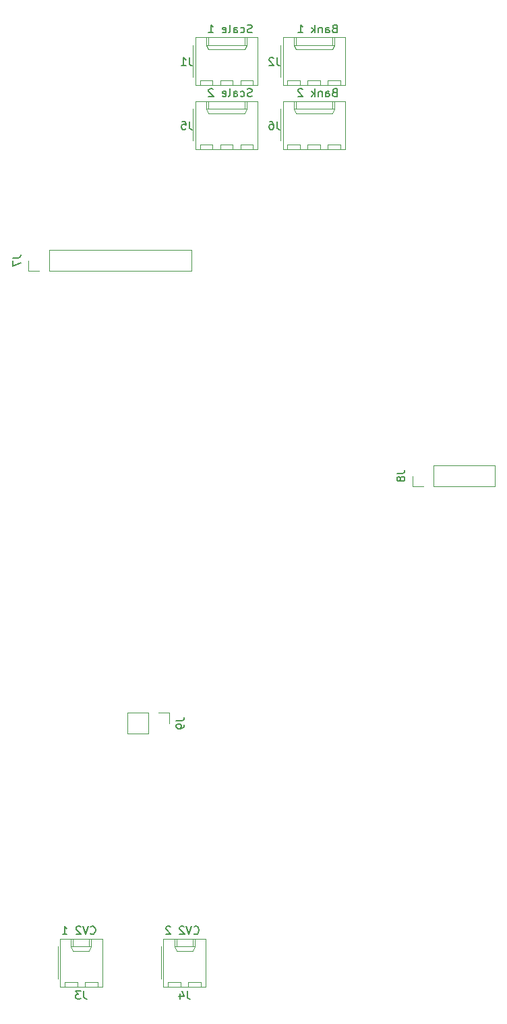
<source format=gbr>
G04 #@! TF.GenerationSoftware,KiCad,Pcbnew,5.1.5-52549c5~84~ubuntu18.04.1*
G04 #@! TF.CreationDate,2020-05-30T11:36:29-04:00*
G04 #@! TF.ProjectId,daughterboard,64617567-6874-4657-9262-6f6172642e6b,rev?*
G04 #@! TF.SameCoordinates,Original*
G04 #@! TF.FileFunction,Legend,Bot*
G04 #@! TF.FilePolarity,Positive*
%FSLAX46Y46*%
G04 Gerber Fmt 4.6, Leading zero omitted, Abs format (unit mm)*
G04 Created by KiCad (PCBNEW 5.1.5-52549c5~84~ubuntu18.04.1) date 2020-05-30 11:36:29*
%MOMM*%
%LPD*%
G04 APERTURE LIST*
%ADD10C,0.150000*%
%ADD11C,0.120000*%
G04 APERTURE END LIST*
D10*
X161452380Y-143357142D02*
X161500000Y-143404761D01*
X161642857Y-143452380D01*
X161738095Y-143452380D01*
X161880952Y-143404761D01*
X161976190Y-143309523D01*
X162023809Y-143214285D01*
X162071428Y-143023809D01*
X162071428Y-142880952D01*
X162023809Y-142690476D01*
X161976190Y-142595238D01*
X161880952Y-142500000D01*
X161738095Y-142452380D01*
X161642857Y-142452380D01*
X161500000Y-142500000D01*
X161452380Y-142547619D01*
X161166666Y-142452380D02*
X160833333Y-143452380D01*
X160500000Y-142452380D01*
X160214285Y-142547619D02*
X160166666Y-142500000D01*
X160071428Y-142452380D01*
X159833333Y-142452380D01*
X159738095Y-142500000D01*
X159690476Y-142547619D01*
X159642857Y-142642857D01*
X159642857Y-142738095D01*
X159690476Y-142880952D01*
X160261904Y-143452380D01*
X159642857Y-143452380D01*
X158500000Y-142547619D02*
X158452380Y-142500000D01*
X158357142Y-142452380D01*
X158119047Y-142452380D01*
X158023809Y-142500000D01*
X157976190Y-142547619D01*
X157928571Y-142642857D01*
X157928571Y-142738095D01*
X157976190Y-142880952D01*
X158547619Y-143452380D01*
X157928571Y-143452380D01*
X148452380Y-143357142D02*
X148500000Y-143404761D01*
X148642857Y-143452380D01*
X148738095Y-143452380D01*
X148880952Y-143404761D01*
X148976190Y-143309523D01*
X149023809Y-143214285D01*
X149071428Y-143023809D01*
X149071428Y-142880952D01*
X149023809Y-142690476D01*
X148976190Y-142595238D01*
X148880952Y-142500000D01*
X148738095Y-142452380D01*
X148642857Y-142452380D01*
X148500000Y-142500000D01*
X148452380Y-142547619D01*
X148166666Y-142452380D02*
X147833333Y-143452380D01*
X147500000Y-142452380D01*
X147214285Y-142547619D02*
X147166666Y-142500000D01*
X147071428Y-142452380D01*
X146833333Y-142452380D01*
X146738095Y-142500000D01*
X146690476Y-142547619D01*
X146642857Y-142642857D01*
X146642857Y-142738095D01*
X146690476Y-142880952D01*
X147261904Y-143452380D01*
X146642857Y-143452380D01*
X144928571Y-143452380D02*
X145500000Y-143452380D01*
X145214285Y-143452380D02*
X145214285Y-142452380D01*
X145309523Y-142595238D01*
X145404761Y-142690476D01*
X145500000Y-142738095D01*
X179095238Y-37928571D02*
X178952380Y-37976190D01*
X178904761Y-38023809D01*
X178857142Y-38119047D01*
X178857142Y-38261904D01*
X178904761Y-38357142D01*
X178952380Y-38404761D01*
X179047619Y-38452380D01*
X179428571Y-38452380D01*
X179428571Y-37452380D01*
X179095238Y-37452380D01*
X179000000Y-37500000D01*
X178952380Y-37547619D01*
X178904761Y-37642857D01*
X178904761Y-37738095D01*
X178952380Y-37833333D01*
X179000000Y-37880952D01*
X179095238Y-37928571D01*
X179428571Y-37928571D01*
X178000000Y-38452380D02*
X178000000Y-37928571D01*
X178047619Y-37833333D01*
X178142857Y-37785714D01*
X178333333Y-37785714D01*
X178428571Y-37833333D01*
X178000000Y-38404761D02*
X178095238Y-38452380D01*
X178333333Y-38452380D01*
X178428571Y-38404761D01*
X178476190Y-38309523D01*
X178476190Y-38214285D01*
X178428571Y-38119047D01*
X178333333Y-38071428D01*
X178095238Y-38071428D01*
X178000000Y-38023809D01*
X177523809Y-37785714D02*
X177523809Y-38452380D01*
X177523809Y-37880952D02*
X177476190Y-37833333D01*
X177380952Y-37785714D01*
X177238095Y-37785714D01*
X177142857Y-37833333D01*
X177095238Y-37928571D01*
X177095238Y-38452380D01*
X176619047Y-38452380D02*
X176619047Y-37452380D01*
X176523809Y-38071428D02*
X176238095Y-38452380D01*
X176238095Y-37785714D02*
X176619047Y-38166666D01*
X175095238Y-37547619D02*
X175047619Y-37500000D01*
X174952380Y-37452380D01*
X174714285Y-37452380D01*
X174619047Y-37500000D01*
X174571428Y-37547619D01*
X174523809Y-37642857D01*
X174523809Y-37738095D01*
X174571428Y-37880952D01*
X175142857Y-38452380D01*
X174523809Y-38452380D01*
X168714285Y-38404761D02*
X168571428Y-38452380D01*
X168333333Y-38452380D01*
X168238095Y-38404761D01*
X168190476Y-38357142D01*
X168142857Y-38261904D01*
X168142857Y-38166666D01*
X168190476Y-38071428D01*
X168238095Y-38023809D01*
X168333333Y-37976190D01*
X168523809Y-37928571D01*
X168619047Y-37880952D01*
X168666666Y-37833333D01*
X168714285Y-37738095D01*
X168714285Y-37642857D01*
X168666666Y-37547619D01*
X168619047Y-37500000D01*
X168523809Y-37452380D01*
X168285714Y-37452380D01*
X168142857Y-37500000D01*
X167285714Y-38404761D02*
X167380952Y-38452380D01*
X167571428Y-38452380D01*
X167666666Y-38404761D01*
X167714285Y-38357142D01*
X167761904Y-38261904D01*
X167761904Y-37976190D01*
X167714285Y-37880952D01*
X167666666Y-37833333D01*
X167571428Y-37785714D01*
X167380952Y-37785714D01*
X167285714Y-37833333D01*
X166428571Y-38452380D02*
X166428571Y-37928571D01*
X166476190Y-37833333D01*
X166571428Y-37785714D01*
X166761904Y-37785714D01*
X166857142Y-37833333D01*
X166428571Y-38404761D02*
X166523809Y-38452380D01*
X166761904Y-38452380D01*
X166857142Y-38404761D01*
X166904761Y-38309523D01*
X166904761Y-38214285D01*
X166857142Y-38119047D01*
X166761904Y-38071428D01*
X166523809Y-38071428D01*
X166428571Y-38023809D01*
X165809523Y-38452380D02*
X165904761Y-38404761D01*
X165952380Y-38309523D01*
X165952380Y-37452380D01*
X165047619Y-38404761D02*
X165142857Y-38452380D01*
X165333333Y-38452380D01*
X165428571Y-38404761D01*
X165476190Y-38309523D01*
X165476190Y-37928571D01*
X165428571Y-37833333D01*
X165333333Y-37785714D01*
X165142857Y-37785714D01*
X165047619Y-37833333D01*
X165000000Y-37928571D01*
X165000000Y-38023809D01*
X165476190Y-38119047D01*
X163857142Y-37547619D02*
X163809523Y-37500000D01*
X163714285Y-37452380D01*
X163476190Y-37452380D01*
X163380952Y-37500000D01*
X163333333Y-37547619D01*
X163285714Y-37642857D01*
X163285714Y-37738095D01*
X163333333Y-37880952D01*
X163904761Y-38452380D01*
X163285714Y-38452380D01*
X179095238Y-29928571D02*
X178952380Y-29976190D01*
X178904761Y-30023809D01*
X178857142Y-30119047D01*
X178857142Y-30261904D01*
X178904761Y-30357142D01*
X178952380Y-30404761D01*
X179047619Y-30452380D01*
X179428571Y-30452380D01*
X179428571Y-29452380D01*
X179095238Y-29452380D01*
X179000000Y-29500000D01*
X178952380Y-29547619D01*
X178904761Y-29642857D01*
X178904761Y-29738095D01*
X178952380Y-29833333D01*
X179000000Y-29880952D01*
X179095238Y-29928571D01*
X179428571Y-29928571D01*
X178000000Y-30452380D02*
X178000000Y-29928571D01*
X178047619Y-29833333D01*
X178142857Y-29785714D01*
X178333333Y-29785714D01*
X178428571Y-29833333D01*
X178000000Y-30404761D02*
X178095238Y-30452380D01*
X178333333Y-30452380D01*
X178428571Y-30404761D01*
X178476190Y-30309523D01*
X178476190Y-30214285D01*
X178428571Y-30119047D01*
X178333333Y-30071428D01*
X178095238Y-30071428D01*
X178000000Y-30023809D01*
X177523809Y-29785714D02*
X177523809Y-30452380D01*
X177523809Y-29880952D02*
X177476190Y-29833333D01*
X177380952Y-29785714D01*
X177238095Y-29785714D01*
X177142857Y-29833333D01*
X177095238Y-29928571D01*
X177095238Y-30452380D01*
X176619047Y-30452380D02*
X176619047Y-29452380D01*
X176523809Y-30071428D02*
X176238095Y-30452380D01*
X176238095Y-29785714D02*
X176619047Y-30166666D01*
X174523809Y-30452380D02*
X175095238Y-30452380D01*
X174809523Y-30452380D02*
X174809523Y-29452380D01*
X174904761Y-29595238D01*
X175000000Y-29690476D01*
X175095238Y-29738095D01*
X168714285Y-30404761D02*
X168571428Y-30452380D01*
X168333333Y-30452380D01*
X168238095Y-30404761D01*
X168190476Y-30357142D01*
X168142857Y-30261904D01*
X168142857Y-30166666D01*
X168190476Y-30071428D01*
X168238095Y-30023809D01*
X168333333Y-29976190D01*
X168523809Y-29928571D01*
X168619047Y-29880952D01*
X168666666Y-29833333D01*
X168714285Y-29738095D01*
X168714285Y-29642857D01*
X168666666Y-29547619D01*
X168619047Y-29500000D01*
X168523809Y-29452380D01*
X168285714Y-29452380D01*
X168142857Y-29500000D01*
X167285714Y-30404761D02*
X167380952Y-30452380D01*
X167571428Y-30452380D01*
X167666666Y-30404761D01*
X167714285Y-30357142D01*
X167761904Y-30261904D01*
X167761904Y-29976190D01*
X167714285Y-29880952D01*
X167666666Y-29833333D01*
X167571428Y-29785714D01*
X167380952Y-29785714D01*
X167285714Y-29833333D01*
X166428571Y-30452380D02*
X166428571Y-29928571D01*
X166476190Y-29833333D01*
X166571428Y-29785714D01*
X166761904Y-29785714D01*
X166857142Y-29833333D01*
X166428571Y-30404761D02*
X166523809Y-30452380D01*
X166761904Y-30452380D01*
X166857142Y-30404761D01*
X166904761Y-30309523D01*
X166904761Y-30214285D01*
X166857142Y-30119047D01*
X166761904Y-30071428D01*
X166523809Y-30071428D01*
X166428571Y-30023809D01*
X165809523Y-30452380D02*
X165904761Y-30404761D01*
X165952380Y-30309523D01*
X165952380Y-29452380D01*
X165047619Y-30404761D02*
X165142857Y-30452380D01*
X165333333Y-30452380D01*
X165428571Y-30404761D01*
X165476190Y-30309523D01*
X165476190Y-29928571D01*
X165428571Y-29833333D01*
X165333333Y-29785714D01*
X165142857Y-29785714D01*
X165047619Y-29833333D01*
X165000000Y-29928571D01*
X165000000Y-30023809D01*
X165476190Y-30119047D01*
X163285714Y-30452380D02*
X163857142Y-30452380D01*
X163571428Y-30452380D02*
X163571428Y-29452380D01*
X163666666Y-29595238D01*
X163761904Y-29690476D01*
X163857142Y-29738095D01*
D11*
X158330000Y-117000000D02*
X158330000Y-115670000D01*
X158330000Y-115670000D02*
X157000000Y-115670000D01*
X155730000Y-115670000D02*
X153130000Y-115670000D01*
X153130000Y-118330000D02*
X153130000Y-115670000D01*
X155730000Y-118330000D02*
X153130000Y-118330000D01*
X155730000Y-118330000D02*
X155730000Y-115670000D01*
X188920000Y-86000000D02*
X188920000Y-87330000D01*
X188920000Y-87330000D02*
X190250000Y-87330000D01*
X191520000Y-87330000D02*
X199200000Y-87330000D01*
X199200000Y-84670000D02*
X199200000Y-87330000D01*
X191520000Y-84670000D02*
X199200000Y-84670000D01*
X191520000Y-84670000D02*
X191520000Y-87330000D01*
X140670000Y-59000000D02*
X140670000Y-60330000D01*
X140670000Y-60330000D02*
X142000000Y-60330000D01*
X143270000Y-60330000D02*
X161110000Y-60330000D01*
X161110000Y-57670000D02*
X161110000Y-60330000D01*
X143270000Y-57670000D02*
X161110000Y-57670000D01*
X143270000Y-57670000D02*
X143270000Y-60330000D01*
X179880000Y-44430000D02*
X179880000Y-45030000D01*
X178280000Y-44430000D02*
X179880000Y-44430000D01*
X178280000Y-45030000D02*
X178280000Y-44430000D01*
X177340000Y-44430000D02*
X177340000Y-45030000D01*
X175740000Y-44430000D02*
X177340000Y-44430000D01*
X175740000Y-45030000D02*
X175740000Y-44430000D01*
X174800000Y-44430000D02*
X174800000Y-45030000D01*
X173200000Y-44430000D02*
X174800000Y-44430000D01*
X173200000Y-45030000D02*
X173200000Y-44430000D01*
X178830000Y-39010000D02*
X178830000Y-40010000D01*
X174250000Y-39010000D02*
X174250000Y-40010000D01*
X178830000Y-40540000D02*
X179080000Y-40010000D01*
X174250000Y-40540000D02*
X178830000Y-40540000D01*
X174000000Y-40010000D02*
X174250000Y-40540000D01*
X179080000Y-40010000D02*
X179080000Y-39010000D01*
X174000000Y-40010000D02*
X179080000Y-40010000D01*
X174000000Y-39010000D02*
X174000000Y-40010000D01*
X172330000Y-44000000D02*
X172330000Y-40000000D01*
X180460000Y-45030000D02*
X172620000Y-45030000D01*
X180460000Y-39010000D02*
X180460000Y-45030000D01*
X172620000Y-39010000D02*
X180460000Y-39010000D01*
X172620000Y-45030000D02*
X172620000Y-39010000D01*
X168880000Y-44430000D02*
X168880000Y-45030000D01*
X167280000Y-44430000D02*
X168880000Y-44430000D01*
X167280000Y-45030000D02*
X167280000Y-44430000D01*
X166340000Y-44430000D02*
X166340000Y-45030000D01*
X164740000Y-44430000D02*
X166340000Y-44430000D01*
X164740000Y-45030000D02*
X164740000Y-44430000D01*
X163800000Y-44430000D02*
X163800000Y-45030000D01*
X162200000Y-44430000D02*
X163800000Y-44430000D01*
X162200000Y-45030000D02*
X162200000Y-44430000D01*
X167830000Y-39010000D02*
X167830000Y-40010000D01*
X163250000Y-39010000D02*
X163250000Y-40010000D01*
X167830000Y-40540000D02*
X168080000Y-40010000D01*
X163250000Y-40540000D02*
X167830000Y-40540000D01*
X163000000Y-40010000D02*
X163250000Y-40540000D01*
X168080000Y-40010000D02*
X168080000Y-39010000D01*
X163000000Y-40010000D02*
X168080000Y-40010000D01*
X163000000Y-39010000D02*
X163000000Y-40010000D01*
X161330000Y-44000000D02*
X161330000Y-40000000D01*
X169460000Y-45030000D02*
X161620000Y-45030000D01*
X169460000Y-39010000D02*
X169460000Y-45030000D01*
X161620000Y-39010000D02*
X169460000Y-39010000D01*
X161620000Y-45030000D02*
X161620000Y-39010000D01*
X162340000Y-149430000D02*
X162340000Y-150030000D01*
X160740000Y-149430000D02*
X162340000Y-149430000D01*
X160740000Y-150030000D02*
X160740000Y-149430000D01*
X159800000Y-149430000D02*
X159800000Y-150030000D01*
X158200000Y-149430000D02*
X159800000Y-149430000D01*
X158200000Y-150030000D02*
X158200000Y-149430000D01*
X161290000Y-144010000D02*
X161290000Y-145010000D01*
X159250000Y-144010000D02*
X159250000Y-145010000D01*
X161290000Y-145540000D02*
X161540000Y-145010000D01*
X159250000Y-145540000D02*
X161290000Y-145540000D01*
X159000000Y-145010000D02*
X159250000Y-145540000D01*
X161540000Y-145010000D02*
X161540000Y-144010000D01*
X159000000Y-145010000D02*
X161540000Y-145010000D01*
X159000000Y-144010000D02*
X159000000Y-145010000D01*
X157330000Y-149000000D02*
X157330000Y-145000000D01*
X162920000Y-150030000D02*
X157620000Y-150030000D01*
X162920000Y-144010000D02*
X162920000Y-150030000D01*
X157620000Y-144010000D02*
X162920000Y-144010000D01*
X157620000Y-150030000D02*
X157620000Y-144010000D01*
X149340000Y-149430000D02*
X149340000Y-150030000D01*
X147740000Y-149430000D02*
X149340000Y-149430000D01*
X147740000Y-150030000D02*
X147740000Y-149430000D01*
X146800000Y-149430000D02*
X146800000Y-150030000D01*
X145200000Y-149430000D02*
X146800000Y-149430000D01*
X145200000Y-150030000D02*
X145200000Y-149430000D01*
X148290000Y-144010000D02*
X148290000Y-145010000D01*
X146250000Y-144010000D02*
X146250000Y-145010000D01*
X148290000Y-145540000D02*
X148540000Y-145010000D01*
X146250000Y-145540000D02*
X148290000Y-145540000D01*
X146000000Y-145010000D02*
X146250000Y-145540000D01*
X148540000Y-145010000D02*
X148540000Y-144010000D01*
X146000000Y-145010000D02*
X148540000Y-145010000D01*
X146000000Y-144010000D02*
X146000000Y-145010000D01*
X144330000Y-149000000D02*
X144330000Y-145000000D01*
X149920000Y-150030000D02*
X144620000Y-150030000D01*
X149920000Y-144010000D02*
X149920000Y-150030000D01*
X144620000Y-144010000D02*
X149920000Y-144010000D01*
X144620000Y-150030000D02*
X144620000Y-144010000D01*
X179880000Y-36430000D02*
X179880000Y-37030000D01*
X178280000Y-36430000D02*
X179880000Y-36430000D01*
X178280000Y-37030000D02*
X178280000Y-36430000D01*
X177340000Y-36430000D02*
X177340000Y-37030000D01*
X175740000Y-36430000D02*
X177340000Y-36430000D01*
X175740000Y-37030000D02*
X175740000Y-36430000D01*
X174800000Y-36430000D02*
X174800000Y-37030000D01*
X173200000Y-36430000D02*
X174800000Y-36430000D01*
X173200000Y-37030000D02*
X173200000Y-36430000D01*
X178830000Y-31010000D02*
X178830000Y-32010000D01*
X174250000Y-31010000D02*
X174250000Y-32010000D01*
X178830000Y-32540000D02*
X179080000Y-32010000D01*
X174250000Y-32540000D02*
X178830000Y-32540000D01*
X174000000Y-32010000D02*
X174250000Y-32540000D01*
X179080000Y-32010000D02*
X179080000Y-31010000D01*
X174000000Y-32010000D02*
X179080000Y-32010000D01*
X174000000Y-31010000D02*
X174000000Y-32010000D01*
X172330000Y-36000000D02*
X172330000Y-32000000D01*
X180460000Y-37030000D02*
X172620000Y-37030000D01*
X180460000Y-31010000D02*
X180460000Y-37030000D01*
X172620000Y-31010000D02*
X180460000Y-31010000D01*
X172620000Y-37030000D02*
X172620000Y-31010000D01*
X168880000Y-36430000D02*
X168880000Y-37030000D01*
X167280000Y-36430000D02*
X168880000Y-36430000D01*
X167280000Y-37030000D02*
X167280000Y-36430000D01*
X166340000Y-36430000D02*
X166340000Y-37030000D01*
X164740000Y-36430000D02*
X166340000Y-36430000D01*
X164740000Y-37030000D02*
X164740000Y-36430000D01*
X163800000Y-36430000D02*
X163800000Y-37030000D01*
X162200000Y-36430000D02*
X163800000Y-36430000D01*
X162200000Y-37030000D02*
X162200000Y-36430000D01*
X167830000Y-31010000D02*
X167830000Y-32010000D01*
X163250000Y-31010000D02*
X163250000Y-32010000D01*
X167830000Y-32540000D02*
X168080000Y-32010000D01*
X163250000Y-32540000D02*
X167830000Y-32540000D01*
X163000000Y-32010000D02*
X163250000Y-32540000D01*
X168080000Y-32010000D02*
X168080000Y-31010000D01*
X163000000Y-32010000D02*
X168080000Y-32010000D01*
X163000000Y-31010000D02*
X163000000Y-32010000D01*
X161330000Y-36000000D02*
X161330000Y-32000000D01*
X169460000Y-37030000D02*
X161620000Y-37030000D01*
X169460000Y-31010000D02*
X169460000Y-37030000D01*
X161620000Y-31010000D02*
X169460000Y-31010000D01*
X161620000Y-37030000D02*
X161620000Y-31010000D01*
D10*
X159222380Y-116666666D02*
X159936666Y-116666666D01*
X160079523Y-116619047D01*
X160174761Y-116523809D01*
X160222380Y-116380952D01*
X160222380Y-116285714D01*
X160222380Y-117190476D02*
X160222380Y-117380952D01*
X160174761Y-117476190D01*
X160127142Y-117523809D01*
X159984285Y-117619047D01*
X159793809Y-117666666D01*
X159412857Y-117666666D01*
X159317619Y-117619047D01*
X159270000Y-117571428D01*
X159222380Y-117476190D01*
X159222380Y-117285714D01*
X159270000Y-117190476D01*
X159317619Y-117142857D01*
X159412857Y-117095238D01*
X159650952Y-117095238D01*
X159746190Y-117142857D01*
X159793809Y-117190476D01*
X159841428Y-117285714D01*
X159841428Y-117476190D01*
X159793809Y-117571428D01*
X159746190Y-117619047D01*
X159650952Y-117666666D01*
X186932380Y-85666666D02*
X187646666Y-85666666D01*
X187789523Y-85619047D01*
X187884761Y-85523809D01*
X187932380Y-85380952D01*
X187932380Y-85285714D01*
X187360952Y-86285714D02*
X187313333Y-86190476D01*
X187265714Y-86142857D01*
X187170476Y-86095238D01*
X187122857Y-86095238D01*
X187027619Y-86142857D01*
X186980000Y-86190476D01*
X186932380Y-86285714D01*
X186932380Y-86476190D01*
X186980000Y-86571428D01*
X187027619Y-86619047D01*
X187122857Y-86666666D01*
X187170476Y-86666666D01*
X187265714Y-86619047D01*
X187313333Y-86571428D01*
X187360952Y-86476190D01*
X187360952Y-86285714D01*
X187408571Y-86190476D01*
X187456190Y-86142857D01*
X187551428Y-86095238D01*
X187741904Y-86095238D01*
X187837142Y-86142857D01*
X187884761Y-86190476D01*
X187932380Y-86285714D01*
X187932380Y-86476190D01*
X187884761Y-86571428D01*
X187837142Y-86619047D01*
X187741904Y-86666666D01*
X187551428Y-86666666D01*
X187456190Y-86619047D01*
X187408571Y-86571428D01*
X187360952Y-86476190D01*
X138682380Y-58666666D02*
X139396666Y-58666666D01*
X139539523Y-58619047D01*
X139634761Y-58523809D01*
X139682380Y-58380952D01*
X139682380Y-58285714D01*
X138682380Y-59047619D02*
X138682380Y-59714285D01*
X139682380Y-59285714D01*
X171873333Y-41572380D02*
X171873333Y-42286666D01*
X171920952Y-42429523D01*
X172016190Y-42524761D01*
X172159047Y-42572380D01*
X172254285Y-42572380D01*
X170968571Y-41572380D02*
X171159047Y-41572380D01*
X171254285Y-41620000D01*
X171301904Y-41667619D01*
X171397142Y-41810476D01*
X171444761Y-42000952D01*
X171444761Y-42381904D01*
X171397142Y-42477142D01*
X171349523Y-42524761D01*
X171254285Y-42572380D01*
X171063809Y-42572380D01*
X170968571Y-42524761D01*
X170920952Y-42477142D01*
X170873333Y-42381904D01*
X170873333Y-42143809D01*
X170920952Y-42048571D01*
X170968571Y-42000952D01*
X171063809Y-41953333D01*
X171254285Y-41953333D01*
X171349523Y-42000952D01*
X171397142Y-42048571D01*
X171444761Y-42143809D01*
X160873333Y-41572380D02*
X160873333Y-42286666D01*
X160920952Y-42429523D01*
X161016190Y-42524761D01*
X161159047Y-42572380D01*
X161254285Y-42572380D01*
X159920952Y-41572380D02*
X160397142Y-41572380D01*
X160444761Y-42048571D01*
X160397142Y-42000952D01*
X160301904Y-41953333D01*
X160063809Y-41953333D01*
X159968571Y-42000952D01*
X159920952Y-42048571D01*
X159873333Y-42143809D01*
X159873333Y-42381904D01*
X159920952Y-42477142D01*
X159968571Y-42524761D01*
X160063809Y-42572380D01*
X160301904Y-42572380D01*
X160397142Y-42524761D01*
X160444761Y-42477142D01*
X160603333Y-150572380D02*
X160603333Y-151286666D01*
X160650952Y-151429523D01*
X160746190Y-151524761D01*
X160889047Y-151572380D01*
X160984285Y-151572380D01*
X159698571Y-150905714D02*
X159698571Y-151572380D01*
X159936666Y-150524761D02*
X160174761Y-151239047D01*
X159555714Y-151239047D01*
X147603333Y-150572380D02*
X147603333Y-151286666D01*
X147650952Y-151429523D01*
X147746190Y-151524761D01*
X147889047Y-151572380D01*
X147984285Y-151572380D01*
X147222380Y-150572380D02*
X146603333Y-150572380D01*
X146936666Y-150953333D01*
X146793809Y-150953333D01*
X146698571Y-151000952D01*
X146650952Y-151048571D01*
X146603333Y-151143809D01*
X146603333Y-151381904D01*
X146650952Y-151477142D01*
X146698571Y-151524761D01*
X146793809Y-151572380D01*
X147079523Y-151572380D01*
X147174761Y-151524761D01*
X147222380Y-151477142D01*
X171873333Y-33572380D02*
X171873333Y-34286666D01*
X171920952Y-34429523D01*
X172016190Y-34524761D01*
X172159047Y-34572380D01*
X172254285Y-34572380D01*
X171444761Y-33667619D02*
X171397142Y-33620000D01*
X171301904Y-33572380D01*
X171063809Y-33572380D01*
X170968571Y-33620000D01*
X170920952Y-33667619D01*
X170873333Y-33762857D01*
X170873333Y-33858095D01*
X170920952Y-34000952D01*
X171492380Y-34572380D01*
X170873333Y-34572380D01*
X160873333Y-33572380D02*
X160873333Y-34286666D01*
X160920952Y-34429523D01*
X161016190Y-34524761D01*
X161159047Y-34572380D01*
X161254285Y-34572380D01*
X159873333Y-34572380D02*
X160444761Y-34572380D01*
X160159047Y-34572380D02*
X160159047Y-33572380D01*
X160254285Y-33715238D01*
X160349523Y-33810476D01*
X160444761Y-33858095D01*
M02*

</source>
